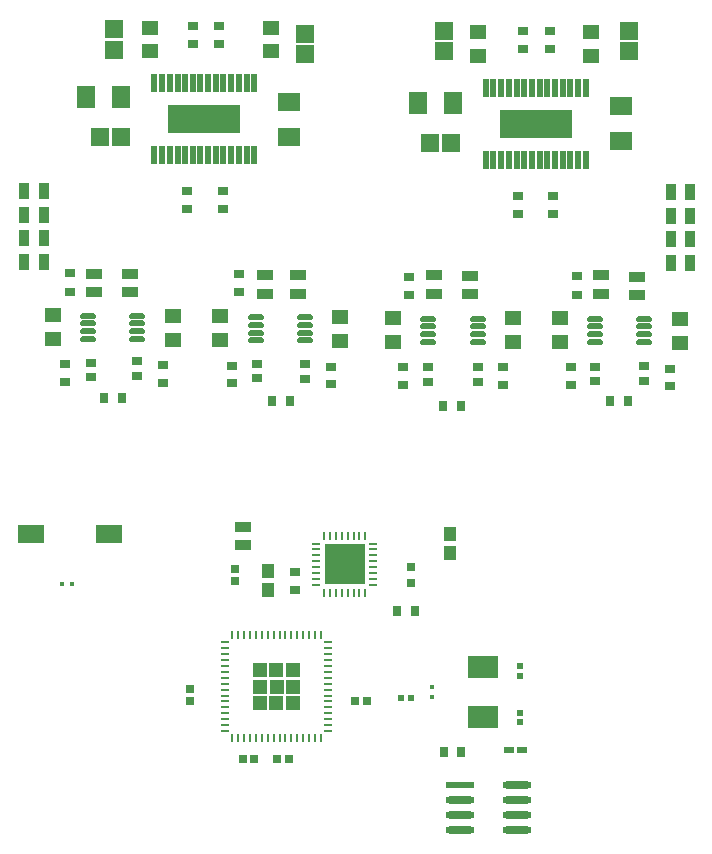
<source format=gtp>
%FSTAX23Y23*%
%MOIN*%
%SFA1B1*%

%IPPOS*%
%AMD19*
4,1,8,-0.013800,0.002900,-0.013800,-0.002900,-0.011800,-0.004900,0.011800,-0.004900,0.013800,-0.002900,0.013800,0.002900,0.011800,0.004900,-0.011800,0.004900,-0.013800,0.002900,0.0*
1,1,0.004000,-0.011800,0.002900*
1,1,0.004000,-0.011800,-0.002900*
1,1,0.004000,0.011800,-0.002900*
1,1,0.004000,0.011800,0.002900*
%
%AMD20*
4,1,8,0.002900,0.013800,-0.002900,0.013800,-0.004900,0.011800,-0.004900,-0.011800,-0.002900,-0.013800,0.002900,-0.013800,0.004900,-0.011800,0.004900,0.011800,0.002900,0.013800,0.0*
1,1,0.004000,0.002900,0.011800*
1,1,0.004000,-0.002900,0.011800*
1,1,0.004000,-0.002900,-0.011800*
1,1,0.004000,0.002900,-0.011800*
%
%AMD23*
4,1,8,0.036500,0.012200,-0.036500,0.012200,-0.048700,0.000000,-0.048700,0.000000,-0.036500,-0.012200,0.036500,-0.012200,0.048700,0.000000,0.048700,0.000000,0.036500,0.012200,0.0*
1,1,0.024400,0.036500,0.000000*
1,1,0.024400,-0.036500,0.000000*
1,1,0.024400,-0.036500,0.000000*
1,1,0.024400,0.036500,0.000000*
%
%AMD31*
4,1,8,0.003500,0.011800,-0.003500,0.011800,-0.004700,0.010600,-0.004700,-0.010600,-0.003500,-0.011800,0.003500,-0.011800,0.004700,-0.010600,0.004700,0.010600,0.003500,0.011800,0.0*
1,1,0.002400,0.003500,0.010600*
1,1,0.002400,-0.003500,0.010600*
1,1,0.002400,-0.003500,-0.010600*
1,1,0.002400,0.003500,-0.010600*
%
%AMD32*
4,1,8,0.010600,0.004700,-0.010600,0.004700,-0.011800,0.003500,-0.011800,-0.003500,-0.010600,-0.004700,0.010600,-0.004700,0.011800,-0.003500,0.011800,0.003500,0.010600,0.004700,0.0*
1,1,0.002400,0.010600,0.003500*
1,1,0.002400,-0.010600,0.003500*
1,1,0.002400,-0.010600,-0.003500*
1,1,0.002400,0.010600,-0.003500*
%
%AMD40*
4,1,8,0.121400,-0.045300,0.121400,0.045300,0.119500,0.047200,-0.119500,0.047200,-0.121400,0.045300,-0.121400,-0.045300,-0.119500,-0.047200,0.119500,-0.047200,0.121400,-0.045300,0.0*
1,1,0.003800,0.119500,-0.045300*
1,1,0.003800,0.119500,0.045300*
1,1,0.003800,-0.119500,0.045300*
1,1,0.003800,-0.119500,-0.045300*
%
%AMD41*
4,1,8,0.006900,0.031500,-0.006900,0.031500,-0.008800,0.029600,-0.008800,-0.029600,-0.006900,-0.031500,0.006900,-0.031500,0.008800,-0.029600,0.008800,0.029600,0.006900,0.031500,0.0*
1,1,0.003800,0.006900,0.029600*
1,1,0.003800,-0.006900,0.029600*
1,1,0.003800,-0.006900,-0.029600*
1,1,0.003800,0.006900,-0.029600*
%
%AMD44*
4,1,8,-0.025600,0.004400,-0.025600,-0.004400,-0.021200,-0.008800,0.021200,-0.008800,0.025600,-0.004400,0.025600,0.004400,0.021200,0.008800,-0.021200,0.008800,-0.025600,0.004400,0.0*
1,1,0.008800,-0.021200,0.004400*
1,1,0.008800,-0.021200,-0.004400*
1,1,0.008800,0.021200,-0.004400*
1,1,0.008800,0.021200,0.004400*
%
%AMD45*
4,1,8,-0.025600,0.004400,-0.025600,-0.004400,-0.021200,-0.008800,0.021200,-0.008800,0.025600,-0.004400,0.025600,0.004400,0.021200,0.008800,-0.021200,0.008800,-0.025600,0.004400,0.0*
1,1,0.008800,-0.021200,0.004400*
1,1,0.008800,-0.021200,-0.004400*
1,1,0.008800,0.021200,-0.004400*
1,1,0.008800,0.021200,0.004400*
%
%ADD17R,0.033500X0.053100*%
%ADD18R,0.057100X0.047200*%
G04~CAMADD=19~8~0.0~0.0~98.0~276.0~20.0~0.0~15~0.0~0.0~0.0~0.0~0~0.0~0.0~0.0~0.0~0~0.0~0.0~0.0~90.0~276.0~98.0*
%ADD19D19*%
G04~CAMADD=20~8~0.0~0.0~98.0~276.0~20.0~0.0~15~0.0~0.0~0.0~0.0~0~0.0~0.0~0.0~0.0~0~0.0~0.0~0.0~0.0~98.0~276.0*
%ADD20D20*%
%ADD21R,0.135800X0.135800*%
%ADD22R,0.035400X0.029500*%
G04~CAMADD=23~8~0.0~0.0~974.0~245.0~122.0~0.0~15~0.0~0.0~0.0~0.0~0~0.0~0.0~0.0~0.0~0~0.0~0.0~0.0~0.0~974.0~245.0*
%ADD23D23*%
%ADD24R,0.097400X0.024500*%
%ADD25R,0.031500X0.035400*%
%ADD26R,0.037400X0.021700*%
%ADD27R,0.035400X0.031500*%
%ADD28R,0.020500X0.022000*%
%ADD29R,0.029900X0.028300*%
%ADD30R,0.028300X0.029900*%
G04~CAMADD=31~8~0.0~0.0~94.0~236.0~12.0~0.0~15~0.0~0.0~0.0~0.0~0~0.0~0.0~0.0~0.0~0~0.0~0.0~0.0~0.0~94.0~236.0*
%ADD31D31*%
G04~CAMADD=32~8~0.0~0.0~236.0~94.0~12.0~0.0~15~0.0~0.0~0.0~0.0~0~0.0~0.0~0.0~0.0~0~0.0~0.0~0.0~0.0~236.0~94.0*
%ADD32D32*%
%ADD33R,0.046900X0.046900*%
%ADD34R,0.102400X0.074800*%
%ADD35R,0.017700X0.017700*%
%ADD36R,0.017700X0.017700*%
%ADD37R,0.023600X0.021700*%
%ADD38R,0.090600X0.059100*%
%ADD39R,0.039800X0.047600*%
G04~CAMADD=40~8~0.0~0.0~945.0~2429.0~19.0~0.0~15~0.0~0.0~0.0~0.0~0~0.0~0.0~0.0~0.0~0~0.0~0.0~0.0~270.0~2428.0~944.0*
%ADD40D40*%
G04~CAMADD=41~8~0.0~0.0~177.0~630.0~19.0~0.0~15~0.0~0.0~0.0~0.0~0~0.0~0.0~0.0~0.0~0~0.0~0.0~0.0~0.0~177.0~630.0*
%ADD41D41*%
%ADD42R,0.062100X0.061300*%
%ADD43R,0.061300X0.062100*%
G04~CAMADD=44~8~0.0~0.0~177.0~512.0~44.0~0.0~15~0.0~0.0~0.0~0.0~0~0.0~0.0~0.0~0.0~0~0.0~0.0~0.0~90.0~512.0~176.0*
%ADD44D44*%
G04~CAMADD=45~8~0.0~0.0~177.0~512.0~44.0~0.0~15~0.0~0.0~0.0~0.0~0~0.0~0.0~0.0~0.0~0~0.0~0.0~0.0~90.0~512.0~176.0*
%ADD45D45*%
%ADD46R,0.059300X0.073200*%
%ADD47R,0.073200X0.059300*%
%ADD48R,0.033900X0.028900*%
%ADD49R,0.053100X0.037400*%
%ADD50R,0.053100X0.037400*%
%ADD51R,0.027600X0.025600*%
G36*
X01496Y01319D02*
X01449D01*
Y01366*
X01496*
Y01319*
G37*
G36*
X01441D02*
X01394D01*
Y01366*
X01441*
Y01319*
G37*
G36*
X01386D02*
X0134D01*
Y01366*
X01386*
Y01319*
G37*
G36*
X01496Y01264D02*
X01449D01*
Y01311*
X01496*
Y01264*
G37*
G36*
X01386D02*
X0134D01*
Y01311*
X01386*
Y01264*
G37*
G36*
X01496Y0121D02*
X01449D01*
Y01257*
X01496*
Y0121*
G37*
G36*
X01441D02*
X01394D01*
Y01257*
X01441*
Y0121*
G37*
G36*
X01386D02*
X0134D01*
Y01257*
X01386*
Y0121*
G37*
G54D17*
X00642Y0294D03*
X00577D03*
X00642Y02861D03*
X00577D03*
X00642Y02782D03*
X00577D03*
X00642Y02703D03*
X00577D03*
X02732Y027D03*
X02797D03*
X02732Y0278D03*
X02797D03*
X02732Y02858D03*
X02797D03*
X02732Y02937D03*
X02797D03*
G54D18*
X00672Y02448D03*
Y02527D03*
X02465Y03469D03*
Y0339D03*
X02089Y03469D03*
Y0339D03*
X01399Y03484D03*
Y03405D03*
X00995Y03484D03*
Y03405D03*
X01073Y02523D03*
Y02444D03*
X0163Y02519D03*
Y0244D03*
X02207Y02517D03*
Y02438D03*
X02762Y02512D03*
Y02433D03*
X0123Y02523D03*
Y02444D03*
X01806Y02437D03*
Y02516D03*
X02362Y02438D03*
Y02517D03*
G54D19*
X01551Y01626D03*
Y01764D03*
Y01646D03*
Y01666D03*
Y01685D03*
Y01705D03*
Y01725D03*
Y01745D03*
X0174Y01626D03*
Y01646D03*
Y01666D03*
Y01685D03*
Y01705D03*
Y01725D03*
Y01745D03*
Y01764D03*
G54D20*
X01635Y01601D03*
X01616D03*
X01576D03*
X01694D03*
X01714D03*
X01675D03*
X01655D03*
X01635Y0179D03*
X01616D03*
X01576D03*
X01596D03*
X01694D03*
X01714D03*
X01675D03*
X01655D03*
X01596Y01601D03*
G54D21*
X01645Y01695D03*
G54D22*
X01859Y02654D03*
Y02593D03*
X02419Y02594D03*
Y02655D03*
X00729Y02604D03*
Y02665D03*
X01294Y02603D03*
Y02664D03*
G54D23*
X0222Y0091D03*
Y0096D03*
Y0086D03*
Y0081D03*
X02029D03*
Y0086D03*
Y0091D03*
G54D24*
X02029Y0096D03*
G54D25*
X01975Y0107D03*
X02034D03*
X0182Y0154D03*
X01879D03*
X00903Y0225D03*
X00844D03*
X01404Y02239D03*
X01463D03*
X01974Y02224D03*
X02034D03*
X02529Y0224D03*
X02588D03*
G54D26*
X02237Y01075D03*
X02192D03*
G54D27*
X0124Y0288D03*
Y02939D03*
X0112Y0288D03*
Y0294D03*
X0148Y0161D03*
Y01669D03*
X01225Y0349D03*
Y0343D03*
X02339Y02923D03*
Y02864D03*
X02224Y02923D03*
Y02864D03*
X0114Y0343D03*
Y03489D03*
X02329Y03414D03*
Y03473D03*
X02239D03*
Y03414D03*
X00714Y02304D03*
Y02363D03*
X01269Y02299D03*
Y02358D03*
X01839Y02353D03*
Y02294D03*
X02399Y02294D03*
Y02353D03*
X01039Y023D03*
Y02359D03*
X01599Y02354D03*
Y02295D03*
X02174Y02353D03*
Y02294D03*
X02729Y02289D03*
Y02348D03*
G54D28*
X0223Y01355D03*
Y01324D03*
Y01169D03*
Y012D03*
G54D29*
X01719Y0124D03*
X0168D03*
X0142Y01045D03*
X01459D03*
X01344D03*
X01305D03*
G54D30*
X0113Y0124D03*
Y01279D03*
X0128Y01679D03*
Y0164D03*
G54D31*
X0127Y01115D03*
X0129D03*
X0131D03*
X01329D03*
X01349D03*
X01369D03*
X01388D03*
X01408D03*
X01428D03*
X01447D03*
X01467D03*
X01487D03*
X01506D03*
X01526D03*
X01546D03*
X01565D03*
Y01461D03*
X01546D03*
X01526D03*
X01506D03*
X01487D03*
X01467D03*
X01447D03*
X01428D03*
X01408D03*
X01388D03*
X01369D03*
X01349D03*
X01329D03*
X0131D03*
X0129D03*
X0127D03*
G54D32*
X01245Y01317D03*
Y01298D03*
Y01278D03*
Y01258D03*
Y01239D03*
Y01219D03*
Y01199D03*
Y0118D03*
Y0116D03*
Y0114D03*
X01591D03*
Y0116D03*
Y0118D03*
Y01199D03*
Y01219D03*
Y01239D03*
Y01258D03*
Y01278D03*
Y01298D03*
Y01396D03*
Y01416D03*
Y01435D03*
X01245Y01376D03*
Y01357D03*
Y01435D03*
Y01416D03*
Y01396D03*
Y01337D03*
X01591Y01317D03*
Y01337D03*
Y01357D03*
Y01376D03*
G54D33*
X01418Y01288D03*
G54D34*
X02105Y01185D03*
Y01354D03*
G54D35*
X00735Y0163D03*
X00704D03*
G54D36*
X01935Y01285D03*
Y01254D03*
G54D37*
X01833Y0125D03*
X01866D03*
G54D38*
X00598Y01795D03*
X00861D03*
G54D39*
X0139Y01673D03*
Y0161D03*
X01995Y01796D03*
Y01733D03*
G54D40*
X02282Y03164D03*
X01177Y03179D03*
G54D41*
X02397Y03044D03*
X01318Y03059D03*
X02449Y03284D03*
X02423D03*
X02397D03*
X02372D03*
X02346D03*
X02321D03*
X02295D03*
X02269D03*
X02244D03*
X02218D03*
X02193D03*
X02167D03*
X02141D03*
X02116D03*
Y03044D03*
X02141D03*
X02167D03*
X02193D03*
X02218D03*
X02244D03*
X02269D03*
X02295D03*
X02321D03*
X02346D03*
X02372D03*
X02423D03*
X02449D03*
X01344Y03299D03*
X01318D03*
X01292D03*
X01267D03*
X01241D03*
X01216D03*
X0119D03*
X01164D03*
X01139D03*
X01113D03*
X01088D03*
X01062D03*
X01036D03*
X01011D03*
Y03059D03*
X01036D03*
X01062D03*
X01088D03*
X01113D03*
X01139D03*
X01164D03*
X0119D03*
X01216D03*
X01241D03*
X01267D03*
X01292D03*
X01344D03*
G54D42*
X0193Y03099D03*
X01998D03*
X00899Y03119D03*
X0083D03*
G54D43*
X01975Y03406D03*
Y03474D03*
X02594Y03405D03*
Y03473D03*
X01514Y03463D03*
Y03395D03*
X00875Y03479D03*
Y03411D03*
G54D44*
X02644Y02514D03*
X02479Y02437D03*
Y02489D03*
Y02514D03*
X02644Y02463D03*
Y02489D03*
X02479Y02463D03*
X01924Y02514D03*
Y02489D03*
Y02463D03*
Y02437D03*
X02089Y02463D03*
Y02489D03*
Y02514D03*
X01349Y02519D03*
Y02494D03*
Y02468D03*
Y02442D03*
X01514Y02468D03*
Y02494D03*
Y02519D03*
X00789Y02524D03*
Y02499D03*
Y02473D03*
Y02447D03*
X00954Y02473D03*
Y02499D03*
Y02524D03*
G54D45*
X02644Y02437D03*
X02089D03*
X01514Y02442D03*
X00954Y02447D03*
G54D46*
X01889Y03234D03*
X02005D03*
X00784Y03254D03*
X009D03*
G54D47*
X01461Y03237D03*
Y0312D03*
X02566Y03105D03*
Y03222D03*
G54D48*
X00799Y02368D03*
Y0232D03*
X00954Y02373D03*
Y02324D03*
X01354Y02363D03*
Y02315D03*
X01514Y02363D03*
Y02314D03*
X01924Y02353D03*
Y02304D03*
X02089Y02353D03*
Y02304D03*
X02479Y02354D03*
Y02306D03*
X02644Y02357D03*
Y02308D03*
G54D49*
X00929Y02603D03*
Y02664D03*
X01489Y02598D03*
Y02659D03*
X02064Y02596D03*
Y02658D03*
X02619Y02593D03*
Y02654D03*
X00809Y02603D03*
Y02664D03*
X01379Y02598D03*
Y02659D03*
X01944Y02598D03*
Y02659D03*
X02499D03*
Y02598D03*
G54D50*
X01305Y01819D03*
Y0176D03*
G54D51*
X01865Y01686D03*
Y01633D03*
M02*
</source>
